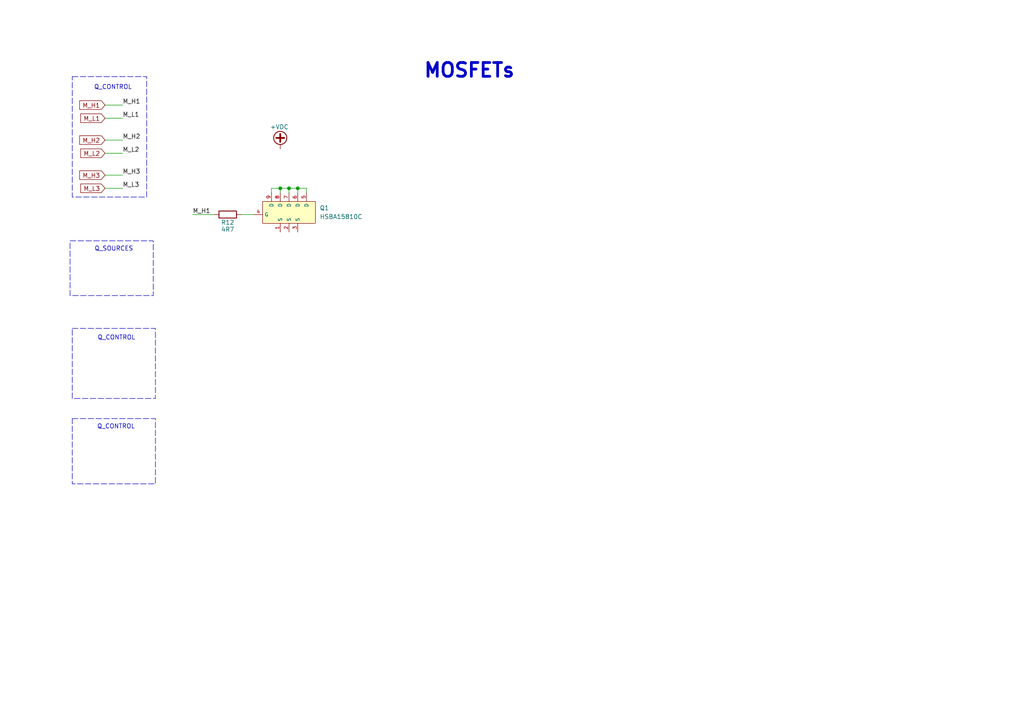
<source format=kicad_sch>
(kicad_sch (version 20231120) (generator "eeschema") (generator_version "8.0")
  (paper "A4")
  (title_block (title "MOSFETs") (rev "0"))
  (lib_symbols
    (symbol "Device:R" (pin_numbers hide) (pin_names (offset 0))
      (property "Reference" "R" (at 2.032 0 90))
      (property "Value" "R" (at 0 0 90))
      (symbol "R_0_1"
        (rectangle (start -1.016 -2.54) (end 1.016 2.54) (stroke (width 0.254)))
      )
      (symbol "R_1_1"
        (pin passive line (at 0 3.81 270) (length 1.27) (name "~") (number "1"))
        (pin passive line (at 0 -3.81 90) (length 1.27) (name "~") (number "2"))
      )
    )
    (symbol "HSBA15810C:HSBA15810C"
      (property "Reference" "Q" (at 6.35 -1.778 0))
      (property "Value" "HSBA15810C" (at 7.874 -3.81 0))
      (symbol "HSBA15810C_0_1"
        (rectangle (start -10.16 5.08) (end 5.08 -1.27) (fill (type background)))
        (pin unspecified line (at -5.08 -3.81 90) (length 2.54) (name "S") (number "1"))
        (pin unspecified line (at -2.54 -3.81 90) (length 2.54) (name "S") (number "2"))
        (pin unspecified line (at 0 -3.81 90) (length 2.54) (name "S") (number "3"))
        (pin unspecified line (at -12.7 1.27 0) (length 2.54) (name "G") (number "4"))
        (pin unspecified line (at 2.54 7.62 270) (length 2.54) (name "D") (number "5"))
        (pin unspecified line (at 0 7.62 270) (length 2.54) (name "D") (number "6"))
        (pin unspecified line (at -2.54 7.62 270) (length 2.54) (name "D") (number "7"))
        (pin unspecified line (at -5.08 7.62 270) (length 2.54) (name "D") (number "8"))
        (pin unspecified line (at -7.62 7.62 270) (length 2.54) (name "D") (number "9"))
      )
    )
    (symbol "power:+VDC" (power) (pin_numbers hide) (pin_names (offset 0) hide)
      (property "Value" "+VDC" (at -0.254 6.096 0))
      (symbol "+VDC_0_1"
        (polyline (pts (xy -1.143 3.175) (xy 1.143 3.175)) (stroke (width 0.508)))
        (polyline (pts (xy 0 0) (xy 0 1.27)))
        (polyline (pts (xy 0 2.032) (xy 0 4.318)) (stroke (width 0.508)))
        (circle (center 0 3.175) (radius 1.905) (stroke (width 0.254)))
      )
      (symbol "+VDC_1_1"
        (pin power_in line (at 0 0 90) (length 0) (name "~") (number "1"))
      )
    )
  )
  (junction (at 86.36 54.61))
  (junction (at 83.82 54.61))
  (junction (at 81.28 54.61))
  (wire (pts (xy 30.48 50.8) (xy 35.56 50.8)))
  (wire (pts (xy 30.48 30.48) (xy 35.56 30.48)))
  (wire (pts (xy 69.85 62.23) (xy 73.66 62.23)))
  (wire (pts (xy 55.88 62.23) (xy 62.23 62.23)))
  (wire (pts (xy 86.36 54.61) (xy 83.82 54.61)))
  (wire (pts (xy 78.74 54.61) (xy 78.74 55.88)))
  (wire (pts (xy 30.48 34.29) (xy 35.56 34.29)))
  (wire (pts (xy 88.9 55.88) (xy 88.9 54.61)))
  (wire (pts (xy 83.82 54.61) (xy 81.28 54.61)))
  (wire (pts (xy 83.82 54.61) (xy 83.82 55.88)))
  (wire (pts (xy 30.48 54.61) (xy 35.56 54.61)))
  (wire (pts (xy 88.9 54.61) (xy 86.36 54.61)))
  (wire (pts (xy 30.48 40.64) (xy 35.56 40.64)))
  (wire (pts (xy 81.28 54.61) (xy 81.28 55.88)))
  (wire (pts (xy 86.36 54.61) (xy 86.36 55.88)))
  (wire (pts (xy 81.28 54.61) (xy 78.74 54.61)))
  (wire (pts (xy 30.48 44.45) (xy 35.56 44.45)))
  (rectangle (start 20.32 69.85) (end 44.45 85.725) (stroke (width 0) (type dash)))
  (rectangle (start 20.955 95.25) (end 45.085 115.57) (stroke (width 0) (type dash)))
  (rectangle (start 20.955 121.412) (end 45.085 140.335) (stroke (width 0) (type dash)))
  (rectangle (start 20.955 22.225) (end 42.545 57.15) (stroke (width 0) (type dash)))
  (text "Q_CONTROL" (at 33.782 98.044 0) (effects (font (size 1.27 1.27))))
  (text "Q_SOURCES" (at 33.02 72.263 0) (effects (font (size 1.27 1.27))))
  (text "Q_CONTROL" (at 32.766 25.4 0) (effects (font (size 1.27 1.27))))
  (text "Q_CONTROL" (at 33.655 123.825 0) (effects (font (size 1.27 1.27))))
  (text "${TITLE}" (at 136.144 20.574 0) (effects (font (size 4 4) (thickness 0.8) (bold yes))))
  (label "M_L1" (at 35.56 34.29 0))
  (label "M_H1" (at 35.56 30.48 0))
  (label "M_L3" (at 35.56 54.61 0))
  (label "M_L2" (at 35.56 44.45 0))
  (label "M_H1" (at 55.88 62.23 0))
  (label "M_H3" (at 35.56 50.8 0))
  (label "M_H2" (at 35.56 40.64 0))
  (global_label "M_L2" (shape input) (at 30.48 44.45 180) (property "Intersheetrefs" "${INTERSHEET_REFS}" (effects (hide yes))))
  (global_label "M_H3" (shape input) (at 30.48 50.8 180) (property "Intersheetrefs" "${INTERSHEET_REFS}" (effects (hide yes))))
  (global_label "M_H1" (shape input) (at 30.48 30.48 180) (property "Intersheetrefs" "${INTERSHEET_REFS}" (effects (hide yes))))
  (global_label "M_L3" (shape input) (at 30.48 54.61 180) (property "Intersheetrefs" "${INTERSHEET_REFS}" (effects (hide yes))))
  (global_label "M_L1" (shape input) (at 30.48 34.29 180) (property "Intersheetrefs" "${INTERSHEET_REFS}" (effects (hide yes))))
  (global_label "M_H2" (shape input) (at 30.48 40.64 180) (property "Intersheetrefs" "${INTERSHEET_REFS}" (effects (hide yes))))
  (symbol (lib_id "HSBA15810C:HSBA15810C") (at 86.36 63.5 0) (unit 1)
    (property "Reference" "Q1" (at 92.71 60.3249 0) (effects (justify left)))
    (property "Value" "HSBA15810C" (at 92.71 62.8649 0) (effects (justify left)))
    (property "Footprint" "footprint:PQFN-8_L6.0-W5.0-P1.27-LS6.0-BL" (effects (hide yes)))
    (property "Datasheet" "https://item.szlcsc.com/113566.html" (effects (hide yes)))
    (property "LCSC" "C845605" (effects (hide yes)))
  )
  (symbol (lib_id "power:+VDC") (at 81.28 43.18 0) (unit 1)
    (property "Reference" "#PWR041" (effects (hide yes)))
    (property "Value" "+VDC" (at 81.026 36.83 0))
    (property "Description" "Power symbol creates a global label with name \"+VDC\"" (effects (hide yes)))
  )
  (symbol (lib_id "Device:R") (at 66.04 62.23 90) (unit 1)
    (property "Reference" "R12" (at 66.04 64.516 90))
    (property "Value" "4R7" (at 66.04 66.548 90))
    (property "Description" "Resistor" (effects (hide yes)))
  )
)
</source>
